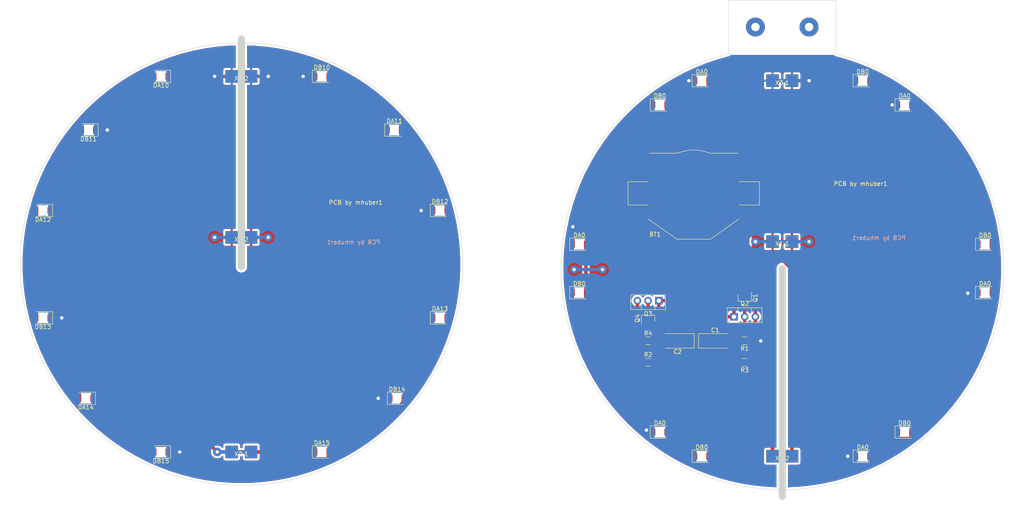
<source format=kicad_pcb>
(kicad_pcb (version 20171130) (host pcbnew "(5.1.5)-3")
  (layers (0 F.Cu signal) (31 B.Cu signal) (34 B.Paste user) (35 F.Paste user) (36 B.SilkS user) (37 F.SilkS user) (38 B.Mask user) (39 F.Mask user) (44 Edge.Cuts user))
  (net 0 "")
  (net 1 "Net-(BT1-Pad2)")
  (net 2 +BATT)
  (net 3 "Net-(C1-Pad2)")
  (net 4 "Net-(C1-Pad1)")
  (net 5 "Net-(C2-Pad2)")
  (net 6 "Net-(C2-Pad1)")
  (net 7 LED_A)
  (net 8 LED_B)
  (net 9 "Net-(DA10-Pad2)")
  (net 10 "Net-(DA10-Pad1)")
  (net 11 "Net-(DB10-Pad1)")
  (module Connector_Wire:SolderWirePad_1x01_Drill2mm (layer F.Cu) (at 216.916 39.116)
    (fp_text reference REF** hide)
    (fp_text value SolderWirePad_1x01_Drill2mm hide)
    (pad 1 thru_hole circle (at 0 0) (size 4.50088 4.50088) (drill 1.99898) (layers *.Cu *.Mask))
  )
  (module Connector_Wire:SolderWirePad_1x01_Drill2mm (layer F.Cu) (at 229.616 39.116)
    (fp_text reference REF** hide)
    (fp_text value SolderWirePad_1x01_Drill2mm hide)
    (pad 1 thru_hole circle (at 0 0) (size 4.50088 4.50088) (drill 1.99898) (layers *.Cu *.Mask))
  )
  (module TerminalBlock_DIY:LED_1206_3216Metric_ReverseMount_Hole1.8x2.4mm (layer F.Cu) (at 252.235829 57.543216)
    (fp_text reference DA0 (at 0 -2.145) (layer F.SilkS))
    (fp_text value LED)
    (pad 1 smd roundrect (at -1.55 0) (size 0.95 1.75) (layers F.Cu F.Paste F.Mask) (roundrect_rratio 0.2) (net 7 LED_A))
    (pad 2 smd roundrect (at 1.55 0) (size 0.95 1.75) (layers F.Cu F.Paste F.Mask) (roundrect_rratio 0.2) (net 2 +BATT))
  )
  (module TerminalBlock_DIY:LED_1206_3216Metric_ReverseMount_Hole1.8x2.4mm (layer F.Cu) (at 271.285829 101.993216)
    (fp_text reference DA0 (at 0 -2.145) (layer F.SilkS))
    (fp_text value LED)
    (pad 1 smd roundrect (at -1.55 0) (size 0.95 1.75) (layers F.Cu F.Paste F.Mask) (roundrect_rratio 0.2) (net 7 LED_A))
    (pad 2 smd roundrect (at 1.55 0) (size 0.95 1.75) (layers F.Cu F.Paste F.Mask) (roundrect_rratio 0.2) (net 2 +BATT))
  )
  (module TerminalBlock_DIY:LED_1206_3216Metric_ReverseMount_Hole1.8x2.4mm (layer F.Cu) (at 242.316 140.716)
    (fp_text reference DA0 (at 0 -2.145) (layer F.SilkS))
    (fp_text value LED)
    (pad 1 smd roundrect (at -1.55 0) (size 0.95 1.75) (layers F.Cu F.Paste F.Mask) (roundrect_rratio 0.2) (net 7 LED_A))
    (pad 2 smd roundrect (at 1.55 0) (size 0.95 1.75) (layers F.Cu F.Paste F.Mask) (roundrect_rratio 0.2) (net 2 +BATT))
  )
  (module TerminalBlock_DIY:LED_1206_3216Metric_ReverseMount_Hole1.8x2.4mm (layer F.Cu) (at 194.296171 134.988784)
    (fp_text reference DA0 (at 0 -2.145) (layer F.SilkS))
    (fp_text value LED)
    (pad 1 smd roundrect (at -1.55 0) (size 0.95 1.75) (layers F.Cu F.Paste F.Mask) (roundrect_rratio 0.2) (net 7 LED_A))
    (pad 2 smd roundrect (at 1.55 0) (size 0.95 1.75) (layers F.Cu F.Paste F.Mask) (roundrect_rratio 0.2) (net 2 +BATT))
  )
  (module TerminalBlock_DIY:LED_1206_3216Metric_ReverseMount_Hole1.8x2.4mm (layer F.Cu) (at 175.246171 90.538784)
    (fp_text reference DA0 (at 0 -2.145) (layer F.SilkS))
    (fp_text value LED)
    (pad 1 smd roundrect (at -1.55 0) (size 0.95 1.75) (layers F.Cu F.Paste F.Mask) (roundrect_rratio 0.2) (net 7 LED_A))
    (pad 2 smd roundrect (at 1.55 0) (size 0.95 1.75) (layers F.Cu F.Paste F.Mask) (roundrect_rratio 0.2) (net 2 +BATT))
  )
  (module TerminalBlock_DIY:LED_1206_3216Metric_ReverseMount_Hole1.8x2.4mm (layer F.Cu) (at 271.285829 90.538784)
    (fp_text reference DB0 (at 0 -2.145) (layer F.SilkS))
    (fp_text value LED)
    (pad 1 smd roundrect (at -1.55 0) (size 0.95 1.75) (layers F.Cu F.Paste F.Mask) (roundrect_rratio 0.2) (net 8 LED_B))
    (pad 2 smd roundrect (at 1.55 0) (size 0.95 1.75) (layers F.Cu F.Paste F.Mask) (roundrect_rratio 0.2) (net 2 +BATT))
  )
  (module TerminalBlock_DIY:LED_1206_3216Metric_ReverseMount_Hole1.8x2.4mm (layer F.Cu) (at 252.235829 134.988784)
    (fp_text reference DB0 (at 0 -2.145) (layer F.SilkS))
    (fp_text value LED)
    (pad 1 smd roundrect (at -1.55 0) (size 0.95 1.75) (layers F.Cu F.Paste F.Mask) (roundrect_rratio 0.2) (net 8 LED_B))
    (pad 2 smd roundrect (at 1.55 0) (size 0.95 1.75) (layers F.Cu F.Paste F.Mask) (roundrect_rratio 0.2) (net 2 +BATT))
  )
  (module TerminalBlock_DIY:LED_1206_3216Metric_ReverseMount_Hole1.8x2.4mm (layer F.Cu) (at 204.216 140.716)
    (fp_text reference DB0 (at 0 -2.145) (layer F.SilkS))
    (fp_text value LED)
    (pad 1 smd roundrect (at -1.55 0) (size 0.95 1.75) (layers F.Cu F.Paste F.Mask) (roundrect_rratio 0.2) (net 8 LED_B))
    (pad 2 smd roundrect (at 1.55 0) (size 0.95 1.75) (layers F.Cu F.Paste F.Mask) (roundrect_rratio 0.2) (net 2 +BATT))
  )
  (module TerminalBlock_DIY:LED_1206_3216Metric_ReverseMount_Hole1.8x2.4mm (layer F.Cu) (at 175.246171 101.993216)
    (fp_text reference DB0 (at 0 -2.145) (layer F.SilkS))
    (fp_text value LED)
    (pad 1 smd roundrect (at -1.55 0) (size 0.95 1.75) (layers F.Cu F.Paste F.Mask) (roundrect_rratio 0.2) (net 8 LED_B))
    (pad 2 smd roundrect (at 1.55 0) (size 0.95 1.75) (layers F.Cu F.Paste F.Mask) (roundrect_rratio 0.2) (net 2 +BATT))
  )
  (module TerminalBlock_DIY:LED_1206_3216Metric_ReverseMount_Hole1.8x2.4mm (layer F.Cu) (at 194.296171 57.543216)
    (fp_text reference DB0 (at 0 -2.145) (layer F.SilkS))
    (fp_text value LED)
    (pad 1 smd roundrect (at -1.55 0) (size 0.95 1.75) (layers F.Cu F.Paste F.Mask) (roundrect_rratio 0.2) (net 8 LED_B))
    (pad 2 smd roundrect (at 1.55 0) (size 0.95 1.75) (layers F.Cu F.Paste F.Mask) (roundrect_rratio 0.2) (net 2 +BATT))
  )
  (module TerminalBlock_DIY:Pad_7.6x3 (layer F.Cu) (at 223.266 51.816)
    (fp_text reference X3.1 (at 0 0.5) (layer F.SilkS))
    (fp_text value Pad)
    (pad 1 smd rect (at 2.3 0) (size 3 3) (layers B.Cu F.Paste F.Mask) (net 7 LED_A))
    (pad 1 smd rect (at -2.3 0) (size 3 3) (layers B.Cu F.Paste F.Mask) (net 7 LED_A))
    (pad 1 smd rect (at 2.3 0) (size 3 3) (layers F.Cu F.Paste F.Mask) (net 7 LED_A))
    (pad 1 smd rect (at -2.3 0) (size 3 3) (layers F.Cu F.Paste F.Mask) (net 7 LED_A))
  )
  (module TerminalBlock_DIY:Pad_7.6x3 (layer F.Cu) (at 95.25 139.7)
    (fp_text reference X2.1 (at 0 0.5) (layer F.SilkS))
    (fp_text value Pad)
    (pad 1 smd rect (at 2.3 0) (size 3 3) (layers B.Cu F.Paste F.Mask) (net 9 "Net-(DA10-Pad2)"))
    (pad 1 smd rect (at -2.3 0) (size 3 3) (layers B.Cu F.Paste F.Mask) (net 9 "Net-(DA10-Pad2)"))
    (pad 1 smd rect (at 2.3 0) (size 3 3) (layers F.Cu F.Paste F.Mask) (net 9 "Net-(DA10-Pad2)"))
    (pad 1 smd rect (at -2.3 0) (size 3 3) (layers F.Cu F.Paste F.Mask) (net 9 "Net-(DA10-Pad2)"))
  )
  (module TerminalBlock_DIY:Pad_7.6x3 (layer F.Cu) (at 223.266 140.716)
    (fp_text reference X2.2 (at 0 0.5) (layer F.SilkS))
    (fp_text value Pad)
    (pad 1 smd rect (at 2.3 0) (size 3 3) (layers B.Cu F.Paste F.Mask) (net 2 +BATT))
    (pad 1 smd rect (at -2.3 0) (size 3 3) (layers B.Cu F.Paste F.Mask) (net 2 +BATT))
    (pad 1 smd rect (at 2.3 0) (size 3 3) (layers F.Cu F.Paste F.Mask) (net 2 +BATT))
    (pad 1 smd rect (at -2.3 0) (size 3 3) (layers F.Cu F.Paste F.Mask) (net 2 +BATT))
  )
  (module TerminalBlock_DIY:Pad_7.6x3 (layer F.Cu) (at 223.266 89.916)
    (fp_text reference X1.1 (at 0 0.5) (layer F.SilkS))
    (fp_text value Pad)
    (pad 1 smd rect (at 2.3 0) (size 3 3) (layers B.Cu F.Paste F.Mask) (net 8 LED_B))
    (pad 1 smd rect (at -2.3 0) (size 3 3) (layers B.Cu F.Paste F.Mask) (net 8 LED_B))
    (pad 1 smd rect (at 2.3 0) (size 3 3) (layers F.Cu F.Paste F.Mask) (net 8 LED_B))
    (pad 1 smd rect (at -2.3 0) (size 3 3) (layers F.Cu F.Paste F.Mask) (net 8 LED_B))
  )
  (module TerminalBlock_DIY:Pad_7.6x3 (layer F.Cu) (at 95.25 88.9)
    (fp_text reference X3.2 (at 0 0.5) (layer F.SilkS))
    (fp_text value Pad)
    (pad 1 smd rect (at 2.3 0) (size 3 3) (layers B.Cu F.Paste F.Mask) (net 10 "Net-(DA10-Pad1)"))
    (pad 1 smd rect (at -2.3 0) (size 3 3) (layers B.Cu F.Paste F.Mask) (net 10 "Net-(DA10-Pad1)"))
    (pad 1 smd rect (at 2.3 0) (size 3 3) (layers F.Cu F.Paste F.Mask) (net 10 "Net-(DA10-Pad1)"))
    (pad 1 smd rect (at -2.3 0) (size 3 3) (layers F.Cu F.Paste F.Mask) (net 10 "Net-(DA10-Pad1)"))
  )
  (module TerminalBlock_DIY:Pad_7.6x3 (layer F.Cu) (at 95.25 50.8)
    (fp_text reference X1.2 (at 0 0.5) (layer F.SilkS))
    (fp_text value Pad)
    (pad 1 smd rect (at 2.3 0) (size 3 3) (layers B.Cu F.Paste F.Mask) (net 11 "Net-(DB10-Pad1)"))
    (pad 1 smd rect (at -2.3 0) (size 3 3) (layers B.Cu F.Paste F.Mask) (net 11 "Net-(DB10-Pad1)"))
    (pad 1 smd rect (at 2.3 0) (size 3 3) (layers F.Cu F.Paste F.Mask) (net 11 "Net-(DB10-Pad1)"))
    (pad 1 smd rect (at -2.3 0) (size 3 3) (layers F.Cu F.Paste F.Mask) (net 11 "Net-(DB10-Pad1)"))
  )
  (module Resistor_SMD:R_1206_3216Metric_Pad1.42x1.75mm_HandSolder (layer F.Cu) (at 191.516 113.411)
    (fp_text reference R4 (at 0 -1.82) (layer F.SilkS))
    (fp_text value R)
    (pad 2 smd roundrect (at 1.4875 0) (size 1.425 1.75) (layers F.Cu F.Paste F.Mask) (roundrect_rratio 0.175439) (net 5 "Net-(C2-Pad2)"))
    (pad 1 smd roundrect (at -1.4875 0) (size 1.425 1.75) (layers F.Cu F.Paste F.Mask) (roundrect_rratio 0.175439) (net 8 LED_B))
  )
  (module Resistor_SMD:R_1206_3216Metric_Pad1.42x1.75mm_HandSolder (layer F.Cu) (at 214.376 118.491 180)
    (fp_text reference R3 (at 0 -1.82) (layer F.SilkS))
    (fp_text value 100k)
    (pad 2 smd roundrect (at 1.4875 0 180) (size 1.425 1.75) (layers F.Cu F.Paste F.Mask) (roundrect_rratio 0.175439) (net 6 "Net-(C2-Pad1)"))
    (pad 1 smd roundrect (at -1.4875 0 180) (size 1.425 1.75) (layers F.Cu F.Paste F.Mask) (roundrect_rratio 0.175439) (net 2 +BATT))
  )
  (module Resistor_SMD:R_1206_3216Metric_Pad1.42x1.75mm_HandSolder (layer F.Cu) (at 191.516 118.491)
    (fp_text reference R2 (at 0 -1.82) (layer F.SilkS))
    (fp_text value 100k)
    (pad 2 smd roundrect (at 1.4875 0) (size 1.425 1.75) (layers F.Cu F.Paste F.Mask) (roundrect_rratio 0.175439) (net 4 "Net-(C1-Pad1)"))
    (pad 1 smd roundrect (at -1.4875 0) (size 1.425 1.75) (layers F.Cu F.Paste F.Mask) (roundrect_rratio 0.175439) (net 2 +BATT))
  )
  (module Resistor_SMD:R_1206_3216Metric_Pad1.42x1.75mm_HandSolder (layer F.Cu) (at 214.376 113.411 180)
    (fp_text reference R1 (at 0 -1.82) (layer F.SilkS))
    (fp_text value R)
    (pad 2 smd roundrect (at 1.4875 0 180) (size 1.425 1.75) (layers F.Cu F.Paste F.Mask) (roundrect_rratio 0.175439) (net 3 "Net-(C1-Pad2)"))
    (pad 1 smd roundrect (at -1.4875 0 180) (size 1.425 1.75) (layers F.Cu F.Paste F.Mask) (roundrect_rratio 0.175439) (net 7 LED_A))
  )
  (module Package_TO_SOT_SMD:SOT-23 (layer F.Cu) (at 191.516 108.061 90)
    (fp_text reference Q4 (at 0 -2.5 90) (layer F.SilkS))
    (fp_text value BC846)
    (pad 3 smd rect (at 1 0 90) (size 0.9 0.8) (layers F.Cu F.Paste F.Mask) (net 5 "Net-(C2-Pad2)"))
    (pad 2 smd rect (at -1 0.95 90) (size 0.9 0.8) (layers F.Cu F.Paste F.Mask) (net 1 "Net-(BT1-Pad2)"))
    (pad 1 smd rect (at -1 -0.95 90) (size 0.9 0.8) (layers F.Cu F.Paste F.Mask) (net 4 "Net-(C1-Pad1)"))
  )
  (module Package_TO_SOT_THT:TO-126-3_Vertical (layer F.Cu) (at 194.056 103.886 180)
    (fp_text reference Q3 (at 2.54 -3.12) (layer F.SilkS))
    (fp_text value BD139)
    (pad 3 thru_hole oval (at 5.08 0 180) (size 1.8 1.8) (drill 1) (layers *.Cu *.Mask) (net 4 "Net-(C1-Pad1)"))
    (pad 2 thru_hole oval (at 2.54 0 180) (size 1.8 1.8) (drill 1) (layers *.Cu *.Mask) (net 5 "Net-(C2-Pad2)"))
    (pad 1 thru_hole rect (at 0 0 180) (size 1.8 1.8) (drill 1) (layers *.Cu *.Mask) (net 1 "Net-(BT1-Pad2)"))
  )
  (module Package_TO_SOT_THT:TO-126-3_Vertical (layer F.Cu) (at 211.836 107.696)
    (fp_text reference Q2 (at 2.54 -3.12) (layer F.SilkS))
    (fp_text value BD139)
    (pad 3 thru_hole oval (at 5.08 0) (size 1.8 1.8) (drill 1) (layers *.Cu *.Mask) (net 6 "Net-(C2-Pad1)"))
    (pad 2 thru_hole oval (at 2.54 0) (size 1.8 1.8) (drill 1) (layers *.Cu *.Mask) (net 3 "Net-(C1-Pad2)"))
    (pad 1 thru_hole rect (at 0 0) (size 1.8 1.8) (drill 1) (layers *.Cu *.Mask) (net 1 "Net-(BT1-Pad2)"))
  )
  (module Package_TO_SOT_SMD:SOT-23 (layer F.Cu) (at 214.376 103.251 270)
    (fp_text reference Q1 (at 0 -2.5 90) (layer F.SilkS))
    (fp_text value BC846)
    (pad 3 smd rect (at 1 0 270) (size 0.9 0.8) (layers F.Cu F.Paste F.Mask) (net 3 "Net-(C1-Pad2)"))
    (pad 2 smd rect (at -1 0.95 270) (size 0.9 0.8) (layers F.Cu F.Paste F.Mask) (net 1 "Net-(BT1-Pad2)"))
    (pad 1 smd rect (at -1 -0.95 270) (size 0.9 0.8) (layers F.Cu F.Paste F.Mask) (net 6 "Net-(C2-Pad1)"))
  )
  (module TerminalBlock_DIY:LED_1206_3216Metric_ReverseMount_Hole1.8x2.4mm (layer F.Cu) (at 76.2 139.7 180)
    (fp_text reference DB15 (at 0 -2.145) (layer F.SilkS))
    (fp_text value LED)
    (pad 2 smd roundrect (at 1.55 0 180) (size 0.95 1.75) (layers F.Cu F.Paste F.Mask) (roundrect_rratio 0.2) (net 9 "Net-(DA10-Pad2)"))
    (pad 1 smd roundrect (at -1.55 0 180) (size 0.95 1.75) (layers F.Cu F.Paste F.Mask) (roundrect_rratio 0.2) (net 11 "Net-(DB10-Pad1)"))
  )
  (module TerminalBlock_DIY:LED_1206_3216Metric_ReverseMount_Hole1.8x2.4mm (layer F.Cu) (at 132.08 127)
    (fp_text reference DB14 (at 0 -2.145) (layer F.SilkS))
    (fp_text value LED)
    (pad 2 smd roundrect (at 1.55 0) (size 0.95 1.75) (layers F.Cu F.Paste F.Mask) (roundrect_rratio 0.2) (net 9 "Net-(DA10-Pad2)"))
    (pad 1 smd roundrect (at -1.55 0) (size 0.95 1.75) (layers F.Cu F.Paste F.Mask) (roundrect_rratio 0.2) (net 11 "Net-(DB10-Pad1)"))
  )
  (module TerminalBlock_DIY:LED_1206_3216Metric_ReverseMount_Hole1.8x2.4mm (layer F.Cu) (at 48.26 107.95 180)
    (fp_text reference DB13 (at 0 -2.145) (layer F.SilkS))
    (fp_text value LED)
    (pad 2 smd roundrect (at 1.55 0 180) (size 0.95 1.75) (layers F.Cu F.Paste F.Mask) (roundrect_rratio 0.2) (net 9 "Net-(DA10-Pad2)"))
    (pad 1 smd roundrect (at -1.55 0 180) (size 0.95 1.75) (layers F.Cu F.Paste F.Mask) (roundrect_rratio 0.2) (net 11 "Net-(DB10-Pad1)"))
  )
  (module TerminalBlock_DIY:LED_1206_3216Metric_ReverseMount_Hole1.8x2.4mm (layer F.Cu) (at 142.24 82.55)
    (fp_text reference DB12 (at 0 -2.145) (layer F.SilkS))
    (fp_text value LED)
    (pad 2 smd roundrect (at 1.55 0) (size 0.95 1.75) (layers F.Cu F.Paste F.Mask) (roundrect_rratio 0.2) (net 9 "Net-(DA10-Pad2)"))
    (pad 1 smd roundrect (at -1.55 0) (size 0.95 1.75) (layers F.Cu F.Paste F.Mask) (roundrect_rratio 0.2) (net 11 "Net-(DB10-Pad1)"))
  )
  (module TerminalBlock_DIY:LED_1206_3216Metric_ReverseMount_Hole1.8x2.4mm (layer F.Cu) (at 59.055 63.5 180)
    (fp_text reference DB11 (at 0 -2.145) (layer F.SilkS))
    (fp_text value LED)
    (pad 2 smd roundrect (at 1.55 0 180) (size 0.95 1.75) (layers F.Cu F.Paste F.Mask) (roundrect_rratio 0.2) (net 9 "Net-(DA10-Pad2)"))
    (pad 1 smd roundrect (at -1.55 0 180) (size 0.95 1.75) (layers F.Cu F.Paste F.Mask) (roundrect_rratio 0.2) (net 11 "Net-(DB10-Pad1)"))
  )
  (module TerminalBlock_DIY:LED_1206_3216Metric_ReverseMount_Hole1.8x2.4mm (layer F.Cu) (at 114.3 50.8)
    (fp_text reference DB10 (at 0 -2.145) (layer F.SilkS))
    (fp_text value LED)
    (pad 2 smd roundrect (at 1.55 0) (size 0.95 1.75) (layers F.Cu F.Paste F.Mask) (roundrect_rratio 0.2) (net 9 "Net-(DA10-Pad2)"))
    (pad 1 smd roundrect (at -1.55 0) (size 0.95 1.75) (layers F.Cu F.Paste F.Mask) (roundrect_rratio 0.2) (net 11 "Net-(DB10-Pad1)"))
  )
  (module TerminalBlock_DIY:LED_1206_3216Metric_ReverseMount_Hole1.8x2.4mm (layer F.Cu) (at 76.2 50.8 180)
    (fp_text reference DA10 (at 0 -2.145) (layer F.SilkS))
    (fp_text value LED)
    (pad 2 smd roundrect (at 1.55 0 180) (size 0.95 1.75) (layers F.Cu F.Paste F.Mask) (roundrect_rratio 0.2) (net 9 "Net-(DA10-Pad2)"))
    (pad 1 smd roundrect (at -1.55 0 180) (size 0.95 1.75) (layers F.Cu F.Paste F.Mask) (roundrect_rratio 0.2) (net 10 "Net-(DA10-Pad1)"))
  )
  (module TerminalBlock_DIY:LED_1206_3216Metric_ReverseMount_Hole1.8x2.4mm (layer F.Cu) (at 131.445 63.5)
    (fp_text reference DA11 (at 0 -2.145) (layer F.SilkS))
    (fp_text value LED)
    (pad 2 smd roundrect (at 1.55 0) (size 0.95 1.75) (layers F.Cu F.Paste F.Mask) (roundrect_rratio 0.2) (net 9 "Net-(DA10-Pad2)"))
    (pad 1 smd roundrect (at -1.55 0) (size 0.95 1.75) (layers F.Cu F.Paste F.Mask) (roundrect_rratio 0.2) (net 10 "Net-(DA10-Pad1)"))
  )
  (module TerminalBlock_DIY:LED_1206_3216Metric_ReverseMount_Hole1.8x2.4mm (layer F.Cu) (at 48.26 82.55 180)
    (fp_text reference DA12 (at 0 -2.145) (layer F.SilkS))
    (fp_text value LED)
    (pad 2 smd roundrect (at 1.55 0 180) (size 0.95 1.75) (layers F.Cu F.Paste F.Mask) (roundrect_rratio 0.2) (net 9 "Net-(DA10-Pad2)"))
    (pad 1 smd roundrect (at -1.55 0 180) (size 0.95 1.75) (layers F.Cu F.Paste F.Mask) (roundrect_rratio 0.2) (net 10 "Net-(DA10-Pad1)"))
  )
  (module TerminalBlock_DIY:LED_1206_3216Metric_ReverseMount_Hole1.8x2.4mm (layer F.Cu) (at 142.24 107.95)
    (fp_text reference DA13 (at 0 -2.145) (layer F.SilkS))
    (fp_text value LED)
    (pad 2 smd roundrect (at 1.55 0) (size 0.95 1.75) (layers F.Cu F.Paste F.Mask) (roundrect_rratio 0.2) (net 9 "Net-(DA10-Pad2)"))
    (pad 1 smd roundrect (at -1.55 0) (size 0.95 1.75) (layers F.Cu F.Paste F.Mask) (roundrect_rratio 0.2) (net 10 "Net-(DA10-Pad1)"))
  )
  (module TerminalBlock_DIY:LED_1206_3216Metric_ReverseMount_Hole1.8x2.4mm (layer F.Cu) (at 58.42 127 180)
    (fp_text reference DA14 (at 0 -2.145) (layer F.SilkS))
    (fp_text value LED)
    (pad 2 smd roundrect (at 1.55 0 180) (size 0.95 1.75) (layers F.Cu F.Paste F.Mask) (roundrect_rratio 0.2) (net 9 "Net-(DA10-Pad2)"))
    (pad 1 smd roundrect (at -1.55 0 180) (size 0.95 1.75) (layers F.Cu F.Paste F.Mask) (roundrect_rratio 0.2) (net 10 "Net-(DA10-Pad1)"))
  )
  (module TerminalBlock_DIY:LED_1206_3216Metric_ReverseMount_Hole1.8x2.4mm (layer F.Cu) (at 114.3 139.7)
    (fp_text reference DA15 (at 0 -2.145) (layer F.SilkS))
    (fp_text value LED)
    (pad 2 smd roundrect (at 1.55 0) (size 0.95 1.75) (layers F.Cu F.Paste F.Mask) (roundrect_rratio 0.2) (net 9 "Net-(DA10-Pad2)"))
    (pad 1 smd roundrect (at -1.55 0) (size 0.95 1.75) (layers F.Cu F.Paste F.Mask) (roundrect_rratio 0.2) (net 10 "Net-(DA10-Pad1)"))
  )
  (module TerminalBlock_DIY:LED_1206_3216Metric_ReverseMount_Hole1.8x2.4mm (layer F.Cu) (at 242.316 51.816)
    (fp_text reference DB0 (at 0 -2.145) (layer F.SilkS))
    (fp_text value LED)
    (pad 2 smd roundrect (at 1.55 0) (size 0.95 1.75) (layers F.Cu F.Paste F.Mask) (roundrect_rratio 0.2) (net 2 +BATT))
    (pad 1 smd roundrect (at -1.55 0) (size 0.95 1.75) (layers F.Cu F.Paste F.Mask) (roundrect_rratio 0.2) (net 8 LED_B))
  )
  (module TerminalBlock_DIY:LED_1206_3216Metric_ReverseMount_Hole1.8x2.4mm (layer F.Cu) (at 204.216 51.816)
    (fp_text reference DA0 (at 0 -2.145) (layer F.SilkS))
    (fp_text value LED)
    (pad 2 smd roundrect (at 1.55 0) (size 0.95 1.75) (layers F.Cu F.Paste F.Mask) (roundrect_rratio 0.2) (net 2 +BATT))
    (pad 1 smd roundrect (at -1.55 0) (size 0.95 1.75) (layers F.Cu F.Paste F.Mask) (roundrect_rratio 0.2) (net 7 LED_A))
  )
  (module Capacitor_Tantalum_SMD:CP_EIA-6032-28_Kemet-C_Pad2.25x2.35mm_HandSolder (layer F.Cu) (at 198.491 113.411 180)
    (fp_text reference C2 (at 0 -2.55) (layer F.SilkS))
    (fp_text value 10µ)
    (pad 2 smd roundrect (at 2.55 0 180) (size 2.25 2.35) (layers F.Cu F.Paste F.Mask) (roundrect_rratio 0.111111) (net 5 "Net-(C2-Pad2)"))
    (pad 1 smd roundrect (at -2.55 0 180) (size 2.25 2.35) (layers F.Cu F.Paste F.Mask) (roundrect_rratio 0.111111) (net 6 "Net-(C2-Pad1)"))
  )
  (module Capacitor_Tantalum_SMD:CP_EIA-6032-28_Kemet-C_Pad2.25x2.35mm_HandSolder (layer F.Cu) (at 207.391 113.411)
    (fp_text reference C1 (at 0 -2.55) (layer F.SilkS))
    (fp_text value 10µ)
    (pad 2 smd roundrect (at 2.55 0) (size 2.25 2.35) (layers F.Cu F.Paste F.Mask) (roundrect_rratio 0.111111) (net 3 "Net-(C1-Pad2)"))
    (pad 1 smd roundrect (at -2.55 0) (size 2.25 2.35) (layers F.Cu F.Paste F.Mask) (roundrect_rratio 0.111111) (net 4 "Net-(C1-Pad1)"))
  )
  (module Battery:BatteryHolder_Keystone_3002_1x2032 (layer F.Cu) (at 202.311 78.486)
    (fp_text reference BT1 (at -9.15 9.7) (layer F.SilkS))
    (fp_text value Battery_Cell)
    (pad 2 smd circle (at 0 0) (size 17.8 17.8) (layers F.Cu F.Mask) (net 1 "Net-(BT1-Pad2)"))
    (pad 1 smd rect (at -12.8 0) (size 5.1 5.1) (layers F.Cu F.Paste F.Mask) (net 2 +BATT))
    (pad 1 smd rect (at 12.8 0) (size 5.1 5.1) (layers F.Cu F.Paste F.Mask) (net 2 +BATT))
  )
  (gr_text "PCB by mhuber1" (at 246.126 89.027) (layer B.SilkS) (effects (font (size 1 1)) (justify mirror)))
  (gr_text "PCB by mhuber1" (at 121.793 90.043) (layer B.SilkS) (effects (font (size 1 1)) (justify mirror)))
  (gr_text "PCB by mhuber1" (at 122.301 80.645) (layer F.SilkS) (effects (font (size 1 1))))
  (gr_text "PCB by mhuber1" (at 241.808 76.2) (layer F.SilkS) (effects (font (size 1 1))))
  (gr_line (start 223.266 96.266) (end 223.266 150.241) (layer Edge.Cuts) (width 1.7))
  (gr_line (start 210.566 32.766) (end 210.566001 45.466) (layer Edge.Cuts) (width 0.1))
  (gr_line (start 235.966 32.766) (end 210.566 32.766) (layer Edge.Cuts) (width 0.1))
  (gr_line (start 235.966 45.466) (end 235.966 32.766) (layer Edge.Cuts) (width 0.1))
  (gr_arc (start 223.266 96.265999) (end 210.566001 45.466) (angle -331.9275131) (layer Edge.Cuts) (width 0.1))
  (gr_circle (center 95.25 95.25) (end 107.95 44.45) (layer Edge.Cuts) (width 0.1))
  (gr_line (start 95.25 41.91) (end 95.25 95.885) (layer Edge.Cuts) (width 1.7))
  (segment (start 194.056 107.471) (end 192.466 109.061) (width 0.8128) (layer F.Cu) (net 1))
  (segment (start 194.056 103.886) (end 194.056 107.471) (width 0.8128) (layer F.Cu) (net 1))
  (segment (start 211.836 103.841) (end 211.836 107.696) (width 0.8128) (layer F.Cu) (net 1))
  (segment (start 213.426 102.251) (end 211.836 103.841) (width 0.8128) (layer F.Cu) (net 1))
  (segment (start 194.056 103.886) (end 202.311 103.886) (width 0.8128) (layer F.Cu) (net 1))
  (segment (start 206.121 107.696) (end 211.836 107.696) (width 0.8128) (layer F.Cu) (net 1))
  (segment (start 202.311 103.886) (end 206.121 107.696) (width 0.8128) (layer F.Cu) (net 1))
  (segment (start 202.311 103.886) (end 202.311 78.486) (width 0.8128) (layer F.Cu) (net 1))
  (segment (start 190.0285 119.366) (end 191.6935 121.031) (width 0.8128) (layer F.Cu) (net 2))
  (segment (start 190.0285 118.491) (end 190.0285 119.366) (width 0.8128) (layer F.Cu) (net 2))
  (segment (start 214.1985 121.031) (end 215.8635 119.366) (width 0.8128) (layer F.Cu) (net 2))
  (segment (start 215.8635 119.366) (end 215.8635 118.491) (width 0.8128) (layer F.Cu) (net 2))
  (segment (start 191.6935 121.031) (end 214.1985 121.031) (width 0.8128) (layer F.Cu) (net 2))
  (segment (start 214.1985 131.6357) (end 214.1985 121.031) (width 0.8128) (layer F.Cu) (net 2))
  (segment (start 220.966 138.4032) (end 214.1985 131.6357) (width 0.8128) (layer F.Cu) (net 2))
  (segment (start 220.966 140.716) (end 220.966 138.4032) (width 0.8128) (layer F.Cu) (net 2))
  (segment (start 176.796171 101.993216) (end 176.796171 90.538784) (width 0.8128) (layer F.Cu) (net 2))
  (segment (start 176.796171 102.868216) (end 176.796171 101.993216) (width 0.8128) (layer F.Cu) (net 2))
  (segment (start 176.796171 105.971171) (end 176.796171 102.868216) (width 0.8128) (layer F.Cu) (net 2))
  (segment (start 189.316 118.491) (end 176.796171 105.971171) (width 0.8128) (layer F.Cu) (net 2))
  (segment (start 190.0285 118.491) (end 189.316 118.491) (width 0.8128) (layer F.Cu) (net 2))
  (segment (start 196.321171 134.513784) (end 211.320416 134.513784) (width 0.8128) (layer F.Cu) (net 2))
  (segment (start 211.320416 134.513784) (end 214.1985 131.6357) (width 0.8128) (layer F.Cu) (net 2))
  (segment (start 195.846171 134.988784) (end 196.321171 134.513784) (width 0.8128) (layer F.Cu) (net 2))
  (segment (start 211.320416 135.161584) (end 211.320416 134.513784) (width 0.8128) (layer F.Cu) (net 2))
  (segment (start 205.766 140.716) (end 211.320416 135.161584) (width 0.8128) (layer F.Cu) (net 2))
  (segment (start 225.566 138.4032) (end 225.552 138.3892) (width 0.8128) (layer F.Cu) (net 2))
  (segment (start 225.566 140.716) (end 225.566 138.4032) (width 0.8128) (layer F.Cu) (net 2))
  (segment (start 225.552 96.492326) (end 223.039674 93.98) (width 0.8128) (layer F.Cu) (net 2))
  (segment (start 225.552 138.3892) (end 225.552 96.492326) (width 0.8128) (layer F.Cu) (net 2))
  (segment (start 220.966 96.053674) (end 220.966 140.716) (width 0.8128) (layer F.Cu) (net 2))
  (segment (start 223.039674 93.98) (end 220.966 96.053674) (width 0.8128) (layer F.Cu) (net 2))
  (segment (start 189.511 81.8488) (end 189.511 78.486) (width 0.8128) (layer F.Cu) (net 2))
  (segment (start 180.821016 90.538784) (end 189.511 81.8488) (width 0.8128) (layer F.Cu) (net 2))
  (segment (start 176.796171 90.538784) (end 180.821016 90.538784) (width 0.8128) (layer F.Cu) (net 2))
  (segment (start 189.511 63.878387) (end 193.445387 59.944) (width 0.8128) (layer F.Cu) (net 2))
  (segment (start 189.511 78.486) (end 189.511 63.878387) (width 0.8128) (layer F.Cu) (net 2))
  (segment (start 193.445387 59.944) (end 196.088 59.944) (width 0.8128) (layer F.Cu) (net 2))
  (segment (start 195.846171 59.702171) (end 195.846171 57.543216) (width 0.8128) (layer F.Cu) (net 2))
  (segment (start 196.088 59.944) (end 195.846171 59.702171) (width 0.8128) (layer F.Cu) (net 2))
  (segment (start 195.846171 57.543216) (end 203.568784 57.543216) (width 0.8128) (layer F.Cu) (net 2))
  (segment (start 205.766 55.346) (end 205.766 51.816) (width 0.8128) (layer F.Cu) (net 2))
  (segment (start 203.568784 57.543216) (end 205.766 55.346) (width 0.8128) (layer F.Cu) (net 2))
  (segment (start 254.260829 58.018216) (end 254.260829 62.744829) (width 0.8128) (layer F.Cu) (net 2))
  (segment (start 253.785829 57.543216) (end 254.260829 58.018216) (width 0.8128) (layer F.Cu) (net 2))
  (segment (start 272.835829 89.663784) (end 272.835829 90.538784) (width 0.8128) (layer F.Cu) (net 2))
  (segment (start 272.835829 90.538784) (end 272.835829 91.413784) (width 0.8128) (layer F.Cu) (net 2))
  (segment (start 220.966 96.053674) (end 217.973674 96.053674) (width 0.8128) (layer F.Cu) (net 2))
  (segment (start 215.111 93.191) (end 215.111 78.486) (width 0.8128) (layer F.Cu) (net 2))
  (segment (start 217.973674 96.053674) (end 215.111 93.191) (width 0.8128) (layer F.Cu) (net 2))
  (segment (start 252.112923 62.744829) (end 254.260829 62.744829) (width 0.8128) (layer F.Cu) (net 2))
  (segment (start 243.866 54.497906) (end 252.112923 62.744829) (width 0.8128) (layer F.Cu) (net 2))
  (segment (start 243.866 51.816) (end 243.866 54.497906) (width 0.8128) (layer F.Cu) (net 2))
  (segment (start 254.260829 62.744829) (end 254.260829 67.570829) (width 0.8128) (layer F.Cu) (net 2))
  (segment (start 272.835829 86.145829) (end 272.835829 90.538784) (width 0.8128) (layer F.Cu) (net 2))
  (segment (start 254.260829 67.570829) (end 272.835829 86.145829) (width 0.8128) (layer F.Cu) (net 2))
  (segment (start 253.785829 136.437829) (end 253.785829 134.988784) (width 0.8128) (layer F.Cu) (net 2))
  (segment (start 250.063 137.795) (end 251.333 136.525) (width 0.8128) (layer F.Cu) (net 2))
  (segment (start 225.566 138.4032) (end 226.1742 137.795) (width 0.8128) (layer F.Cu) (net 2))
  (segment (start 253.873 136.525) (end 253.785829 136.437829) (width 0.8128) (layer F.Cu) (net 2))
  (segment (start 251.333 136.525) (end 253.873 136.525) (width 0.8128) (layer F.Cu) (net 2))
  (segment (start 243.866 140.716) (end 244.341 140.241) (width 0.8128) (layer F.Cu) (net 2))
  (segment (start 244.341 140.241) (end 244.341 138.056) (width 0.8128) (layer F.Cu) (net 2))
  (segment (start 226.1742 137.795) (end 244.602 137.795) (width 0.8128) (layer F.Cu) (net 2))
  (segment (start 244.341 138.056) (end 244.602 137.795) (width 0.8128) (layer F.Cu) (net 2))
  (segment (start 244.602 137.795) (end 250.063 137.795) (width 0.8128) (layer F.Cu) (net 2))
  (segment (start 254.260829 134.513784) (end 254.260829 106.673171) (width 0.8128) (layer F.Cu) (net 2))
  (segment (start 253.785829 134.988784) (end 254.260829 134.513784) (width 0.8128) (layer F.Cu) (net 2))
  (segment (start 266.065 94.869) (end 272.923 94.869) (width 0.8128) (layer F.Cu) (net 2))
  (segment (start 254.260829 106.673171) (end 266.065 94.869) (width 0.8128) (layer F.Cu) (net 2))
  (segment (start 272.835829 101.993216) (end 272.835829 90.538784) (width 0.8128) (layer F.Cu) (net 2))
  (segment (start 214.376 104.251) (end 214.376 107.696) (width 0.8128) (layer F.Cu) (net 3))
  (segment (start 212.8885 113.411) (end 212.8885 111.0885) (width 0.8128) (layer F.Cu) (net 3))
  (segment (start 214.376 109.601) (end 214.376 107.696) (width 0.8128) (layer F.Cu) (net 3))
  (segment (start 212.8885 111.0885) (end 214.376 109.601) (width 0.8128) (layer F.Cu) (net 3))
  (segment (start 209.941 113.411) (end 212.8885 113.411) (width 0.8128) (layer F.Cu) (net 3))
  (segment (start 188.976 107.471) (end 190.566 109.061) (width 0.8128) (layer F.Cu) (net 4))
  (segment (start 188.976 103.886) (end 188.976 107.471) (width 0.8128) (layer F.Cu) (net 4))
  (segment (start 190.503192 109.123808) (end 190.503192 111.128192) (width 0.8128) (layer F.Cu) (net 4))
  (segment (start 190.566 109.061) (end 190.503192 109.123808) (width 0.8128) (layer F.Cu) (net 4))
  (segment (start 192.291 118.491) (end 193.0035 118.491) (width 0.8128) (layer F.Cu) (net 4))
  (segment (start 191.68459 117.88459) (end 192.291 118.491) (width 0.8128) (layer F.Cu) (net 4))
  (segment (start 191.68459 112.30959) (end 191.68459 117.88459) (width 0.8128) (layer F.Cu) (net 4))
  (segment (start 190.503192 111.128192) (end 191.68459 112.30959) (width 0.8128) (layer F.Cu) (net 4))
  (segment (start 204.841 114.586) (end 204.841 113.411) (width 0.8128) (layer F.Cu) (net 4))
  (segment (start 200.936 118.491) (end 204.841 114.586) (width 0.8128) (layer F.Cu) (net 4))
  (segment (start 193.0035 118.491) (end 200.936 118.491) (width 0.8128) (layer F.Cu) (net 4))
  (segment (start 191.516 103.886) (end 191.516 107.061) (width 0.8128) (layer F.Cu) (net 5))
  (segment (start 193.0035 111.7235) (end 193.0035 113.411) (width 0.8128) (layer F.Cu) (net 5))
  (segment (start 191.516 110.236) (end 193.0035 111.7235) (width 0.8128) (layer F.Cu) (net 5))
  (segment (start 193.0035 113.411) (end 195.941 113.411) (width 0.8128) (layer F.Cu) (net 5))
  (segment (start 191.516 107.061) (end 191.516 110.236) (width 0.4064) (layer F.Cu) (net 5))
  (segment (start 216.916 103.841) (end 215.326 102.251) (width 0.8128) (layer F.Cu) (net 6))
  (segment (start 216.916 107.696) (end 216.916 103.841) (width 0.8128) (layer F.Cu) (net 6))
  (segment (start 213.601 118.491) (end 212.8885 118.491) (width 0.8128) (layer F.Cu) (net 6))
  (segment (start 214.20741 117.88459) (end 213.601 118.491) (width 0.8128) (layer F.Cu) (net 6))
  (segment (start 214.20741 111.677382) (end 214.20741 117.88459) (width 0.8128) (layer F.Cu) (net 6))
  (segment (start 216.916 108.968792) (end 214.20741 111.677382) (width 0.8128) (layer F.Cu) (net 6))
  (segment (start 216.916 107.696) (end 216.916 108.968792) (width 0.8128) (layer F.Cu) (net 6))
  (segment (start 201.041 112.236) (end 202.406 110.871) (width 0.8128) (layer F.Cu) (net 6))
  (segment (start 201.041 113.411) (end 201.041 112.236) (width 0.8128) (layer F.Cu) (net 6))
  (segment (start 202.406 110.871) (end 206.121 110.871) (width 0.8128) (layer F.Cu) (net 6))
  (segment (start 206.121 110.871) (end 207.391 112.141) (width 0.8128) (layer F.Cu) (net 6))
  (segment (start 207.391 112.141) (end 207.391 115.951) (width 0.8128) (layer F.Cu) (net 6))
  (segment (start 209.931 118.491) (end 212.8885 118.491) (width 0.8128) (layer F.Cu) (net 6))
  (segment (start 207.391 115.951) (end 209.931 118.491) (width 0.8128) (layer F.Cu) (net 6))
  (segment (start 215.8635 113.411) (end 218.186 113.411) (width 0.8128) (layer F.Cu) (net 7))
  (segment (start 218.186 113.411) (end 218.186 113.411) (width 0.8128) (layer F.Cu) (net 7))
  (via (at 218.186 113.411) (size 2) (drill 0.8) (layers F.Cu B.Cu) (net 7))
  (segment (start 240.766 140.716) (end 238.76 140.716) (width 0.8128) (layer F.Cu) (net 7))
  (segment (start 269.260829 101.993216) (end 269.146045 102.108) (width 0.8128) (layer F.Cu) (net 7))
  (segment (start 269.735829 101.993216) (end 269.260829 101.993216) (width 0.8128) (layer F.Cu) (net 7))
  (segment (start 269.146045 102.108) (end 267.208 102.108) (width 0.8128) (layer F.Cu) (net 7))
  (segment (start 250.685829 57.543216) (end 249.288784 57.543216) (width 0.8128) (layer F.Cu) (net 7))
  (segment (start 225.566 51.816) (end 220.966 51.816) (width 0.8128) (layer F.Cu) (net 7))
  (segment (start 225.566 51.816) (end 220.966 51.816) (width 0.8128) (layer B.Cu) (net 7))
  (segment (start 225.566 51.816) (end 229.616 51.816) (width 0.8128) (layer B.Cu) (net 7))
  (segment (start 225.566 51.816) (end 229.616 51.816) (width 0.8128) (layer F.Cu) (net 7))
  (segment (start 202.666 51.816) (end 201.168 51.816) (width 0.8128) (layer F.Cu) (net 7))
  (segment (start 173.696171 90.538784) (end 173.696171 86.399829) (width 0.8128) (layer F.Cu) (net 7))
  (segment (start 192.271171 134.513784) (end 191.114216 134.513784) (width 0.8128) (layer F.Cu) (net 7))
  (segment (start 192.746171 134.988784) (end 192.271171 134.513784) (width 0.8128) (layer F.Cu) (net 7))
  (segment (start 238.76 140.716) (end 238.76 140.716) (width 0.8128) (layer F.Cu) (net 7))
  (via (at 238.76 140.716) (size 2) (drill 0.8) (layers F.Cu B.Cu) (net 7))
  (segment (start 267.208 102.108) (end 267.208 102.108) (width 0.8128) (layer F.Cu) (net 7))
  (via (at 267.208 102.108) (size 2) (drill 0.8) (layers F.Cu B.Cu) (net 7))
  (segment (start 249.288784 57.543216) (end 249.288784 57.543216) (width 0.8128) (layer F.Cu) (net 7))
  (via (at 249.288784 57.543216) (size 2) (drill 0.8) (layers F.Cu B.Cu) (net 7))
  (segment (start 201.168 51.816) (end 201.168 51.816) (width 0.8128) (layer F.Cu) (net 7))
  (via (at 201.168 51.816) (size 2) (drill 0.8) (layers F.Cu B.Cu) (net 7))
  (segment (start 229.616 51.816) (end 229.616 51.816) (width 0.8128) (layer F.Cu) (net 7))
  (via (at 229.616 51.816) (size 2) (drill 0.8) (layers F.Cu B.Cu) (net 7))
  (segment (start 173.696171 86.399829) (end 173.696171 86.399829) (width 0.8128) (layer F.Cu) (net 7))
  (via (at 173.696171 86.399829) (size 2) (drill 0.8) (layers F.Cu B.Cu) (net 7))
  (segment (start 191.114216 134.513784) (end 191.114216 134.513784) (width 0.8128) (layer F.Cu) (net 7))
  (via (at 191.114216 134.513784) (size 2) (drill 0.8) (layers F.Cu B.Cu) (net 7))
  (segment (start 220.966 89.916) (end 216.916 89.916) (width 0.8128) (layer F.Cu) (net 8))
  (segment (start 225.566 89.916) (end 229.616 89.916) (width 0.8128) (layer F.Cu) (net 8))
  (segment (start 229.616 89.916) (end 229.616 89.916) (width 0.8128) (layer F.Cu) (net 8))
  (via (at 229.616 89.916) (size 2) (drill 0.8) (layers F.Cu B.Cu) (net 8))
  (segment (start 216.916 89.916) (end 216.916 89.916) (width 0.8128) (layer F.Cu) (net 8))
  (via (at 216.916 89.916) (size 2) (drill 0.8) (layers F.Cu B.Cu) (net 8))
  (segment (start 229.616 89.916) (end 225.566 89.916) (width 0.8128) (layer B.Cu) (net 8))
  (segment (start 216.916 89.916) (end 220.966 89.916) (width 0.8128) (layer B.Cu) (net 8))
  (segment (start 220.966 89.916) (end 225.566 89.916) (width 0.8128) (layer B.Cu) (net 8))
  (segment (start 220.966 89.916) (end 225.566 89.916) (width 0.8128) (layer F.Cu) (net 8))
  (via (at 180.721 96.52) (size 2) (drill 0.8) (layers F.Cu B.Cu) (net 8))
  (via (at 173.99 96.52) (size 2) (drill 0.8) (layers F.Cu B.Cu) (net 8))
  (segment (start 180.721 96.52) (end 173.99 96.52) (width 0.8128) (layer B.Cu) (net 8))
  (segment (start 144.265 83.025) (end 143.79 82.55) (width 0.8128) (layer F.Cu) (net 9))
  (segment (start 144.265 107.475) (end 144.265 83.025) (width 0.8128) (layer F.Cu) (net 9))
  (segment (start 143.79 107.95) (end 144.265 107.475) (width 0.8128) (layer F.Cu) (net 9))
  (segment (start 92.95 139.7) (end 97.55 139.7) (width 0.8128) (layer F.Cu) (net 9))
  (segment (start 97.55 139.7) (end 92.95 139.7) (width 0.8128) (layer B.Cu) (net 9))
  (segment (start 134.105 126.525) (end 134.105 119.26) (width 0.8128) (layer F.Cu) (net 9))
  (segment (start 133.63 127) (end 134.105 126.525) (width 0.8128) (layer F.Cu) (net 9))
  (segment (start 143.79 109.575) (end 143.79 107.95) (width 0.8128) (layer F.Cu) (net 9))
  (segment (start 134.105 119.26) (end 143.79 109.575) (width 0.8128) (layer F.Cu) (net 9))
  (segment (start 115.85 141.325) (end 115.85 139.7) (width 0.8128) (layer F.Cu) (net 9))
  (segment (start 132.995 61.875) (end 132.995 63.5) (width 0.8128) (layer F.Cu) (net 9))
  (segment (start 131.445 60.325) (end 132.995 61.875) (width 0.8128) (layer F.Cu) (net 9))
  (segment (start 92.95 139.7) (end 89.535 139.7) (width 0.8128) (layer B.Cu) (net 9))
  (segment (start 89.535 139.7) (end 89.535 139.7) (width 0.8128) (layer B.Cu) (net 9))
  (via (at 89.535 139.7) (size 2) (drill 0.8) (layers F.Cu B.Cu) (net 9))
  (segment (start 89.535 139.7) (end 92.95 139.7) (width 0.8128) (layer F.Cu) (net 9))
  (segment (start 131.445 60.325) (end 123.444 60.325) (width 0.8128) (layer F.Cu) (net 9))
  (segment (start 115.85 52.731) (end 115.85 50.8) (width 0.8128) (layer F.Cu) (net 9))
  (segment (start 123.444 60.325) (end 115.85 52.731) (width 0.8128) (layer F.Cu) (net 9))
  (segment (start 143.79 81.675) (end 143.764 81.649) (width 0.8128) (layer F.Cu) (net 9))
  (segment (start 143.79 82.55) (end 143.79 81.675) (width 0.8128) (layer F.Cu) (net 9))
  (segment (start 143.764 81.649) (end 143.764 81.153) (width 0.8128) (layer F.Cu) (net 9))
  (segment (start 132.995 70.384) (end 132.995 63.5) (width 0.8128) (layer F.Cu) (net 9))
  (segment (start 143.764 81.153) (end 132.995 70.384) (width 0.8128) (layer F.Cu) (net 9))
  (segment (start 99.8628 139.7) (end 97.55 139.7) (width 0.8128) (layer F.Cu) (net 9))
  (segment (start 101.4878 141.325) (end 99.8628 139.7) (width 0.8128) (layer F.Cu) (net 9))
  (segment (start 115.85 141.325) (end 101.4878 141.325) (width 0.8128) (layer F.Cu) (net 9))
  (segment (start 132.727 128.778) (end 126.772 128.778) (width 0.8128) (layer F.Cu) (net 9))
  (segment (start 126.772 128.778) (end 115.85 139.7) (width 0.8128) (layer F.Cu) (net 9))
  (segment (start 133.63 127) (end 133.63 127.875) (width 0.8128) (layer F.Cu) (net 9))
  (segment (start 133.63 127.875) (end 132.727 128.778) (width 0.8128) (layer F.Cu) (net 9))
  (segment (start 74.65 139.7) (end 74.175 139.225) (width 0.8128) (layer F.Cu) (net 9))
  (segment (start 74.175 134.119) (end 63.246 123.19) (width 0.8128) (layer F.Cu) (net 9))
  (segment (start 74.339599 138.093599) (end 74.168 137.922) (width 0.8128) (layer F.Cu) (net 9))
  (segment (start 87.928599 138.093599) (end 74.339599 138.093599) (width 0.8128) (layer F.Cu) (net 9))
  (segment (start 89.535 139.7) (end 87.928599 138.093599) (width 0.8128) (layer F.Cu) (net 9))
  (segment (start 74.175 139.225) (end 74.168 137.922) (width 0.8128) (layer F.Cu) (net 9))
  (segment (start 74.168 137.922) (end 74.175 134.119) (width 0.8128) (layer F.Cu) (net 9))
  (segment (start 63.246 123.19) (end 56.896 123.19) (width 0.8128) (layer F.Cu) (net 9))
  (segment (start 56.87 123.216) (end 56.87 127) (width 0.8128) (layer F.Cu) (net 9))
  (segment (start 56.896 123.19) (end 56.87 123.216) (width 0.8128) (layer F.Cu) (net 9))
  (segment (start 52.796474 105.664) (end 46.736 105.664) (width 0.8128) (layer F.Cu) (net 9))
  (segment (start 56.896 123.19) (end 56.896 109.763526) (width 0.8128) (layer F.Cu) (net 9))
  (segment (start 46.71 107.95) (end 46.736 105.664) (width 0.8128) (layer F.Cu) (net 9))
  (segment (start 56.896 109.763526) (end 52.796474 105.664) (width 0.8128) (layer F.Cu) (net 9))
  (segment (start 46.736 105.664) (end 46.71 82.55) (width 0.8128) (layer F.Cu) (net 9))
  (segment (start 46.235 82.075) (end 46.235 81.527) (width 0.8128) (layer F.Cu) (net 9))
  (segment (start 46.71 82.55) (end 46.235 82.075) (width 0.8128) (layer F.Cu) (net 9))
  (segment (start 57.505 70.257) (end 57.505 63.5) (width 0.8128) (layer F.Cu) (net 9))
  (segment (start 46.235 81.527) (end 57.505 70.257) (width 0.8128) (layer F.Cu) (net 9))
  (segment (start 64.49 60.96) (end 74.65 50.8) (width 0.8128) (layer F.Cu) (net 9))
  (segment (start 58.547 60.96) (end 64.49 60.96) (width 0.8128) (layer F.Cu) (net 9))
  (segment (start 57.505 63.5) (end 57.505 62.002) (width 0.8128) (layer F.Cu) (net 9))
  (segment (start 57.505 62.002) (end 58.547 60.96) (width 0.8128) (layer F.Cu) (net 9))
  (segment (start 97.55 88.9) (end 101.6 88.9) (width 0.8128) (layer B.Cu) (net 10))
  (segment (start 92.95 88.9) (end 88.9 88.9) (width 0.8128) (layer B.Cu) (net 10))
  (segment (start 88.9 88.9) (end 93.345 88.9) (width 0.8128) (layer B.Cu) (net 10))
  (segment (start 101.6 88.9) (end 101.6 88.9) (width 0.8128) (layer B.Cu) (net 10))
  (via (at 101.6 88.9) (size 2) (drill 0.8) (layers F.Cu B.Cu) (net 10))
  (segment (start 88.9 88.9) (end 88.9 88.9) (width 0.8128) (layer B.Cu) (net 10))
  (via (at 88.9 88.9) (size 2) (drill 0.8) (layers F.Cu B.Cu) (net 10))
  (segment (start 60.605 63.5) (end 63.5 63.5) (width 0.8128) (layer F.Cu) (net 11))
  (segment (start 49.81 107.95) (end 52.705 107.95) (width 0.8128) (layer F.Cu) (net 11))
  (segment (start 77.75 139.7) (end 80.645 139.7) (width 0.8128) (layer F.Cu) (net 11))
  (segment (start 130.53 127) (end 127.635 127) (width 0.8128) (layer F.Cu) (net 11))
  (segment (start 140.69 82.55) (end 137.795 82.55) (width 0.8128) (layer F.Cu) (net 11))
  (segment (start 112.75 50.8) (end 109.855 50.8) (width 0.8128) (layer F.Cu) (net 11))
  (segment (start 109.855 50.8) (end 109.855 50.8) (width 0.8128) (layer F.Cu) (net 11))
  (via (at 109.855 50.8) (size 2) (drill 0.8) (layers F.Cu B.Cu) (net 11))
  (segment (start 137.795 82.55) (end 137.795 82.55) (width 0.8128) (layer F.Cu) (net 11))
  (via (at 137.795 82.55) (size 2) (drill 0.8) (layers F.Cu B.Cu) (net 11))
  (segment (start 127.635 127) (end 127.635 127) (width 0.8128) (layer F.Cu) (net 11))
  (via (at 127.635 127) (size 2) (drill 0.8) (layers F.Cu B.Cu) (net 11))
  (segment (start 80.645 139.7) (end 80.645 139.7) (width 0.8128) (layer F.Cu) (net 11))
  (via (at 80.645 139.7) (size 2) (drill 0.8) (layers F.Cu B.Cu) (net 11))
  (segment (start 52.705 107.95) (end 52.705 107.95) (width 0.8128) (layer F.Cu) (net 11))
  (via (at 52.705 107.95) (size 2) (drill 0.8) (layers F.Cu B.Cu) (net 11))
  (segment (start 63.5 63.5) (end 63.5 63.5) (width 0.8128) (layer F.Cu) (net 11))
  (via (at 63.5 63.5) (size 2) (drill 0.8) (layers F.Cu B.Cu) (net 11))
  (segment (start 88.9 50.8) (end 88.9 50.8) (width 0.8128) (layer B.Cu) (net 11))
  (via (at 88.9 50.8) (size 2) (drill 0.8) (layers F.Cu B.Cu) (net 11))
  (via (at 101.6 50.8) (size 2) (drill 0.8) (layers F.Cu B.Cu) (net 11))
  (segment (start 101.6 50.8) (end 101.6 50.8) (width 0.8128) (layer B.Cu) (net 11))
  (segment (start 101.6 50.8) (end 97.55 50.8) (width 0.8128) (layer F.Cu) (net 11))
  (segment (start 92.95 50.8) (end 88.9 50.8) (width 0.8128) (layer F.Cu) (net 11))
  (zone (net 10) (net_name "Net-(DA10-Pad1)") (layer F.Cu) (connect_pads (clearance 0.508)) (min_thickness 0.254) (fill yes (arc_segments 32) (thermal_gap 0.508) (thermal_bridge_width 0.508))
    (polygon (pts (xy 133.35 50.8) (xy 152.4 95.25) (xy 133.35 139.7) (xy 95.25 152.4) (xy 57.15 139.7) (xy 38.1 95.25) (xy 57.15 50.8) (xy 95.25 38.1)))
  )
  (zone (net 11) (net_name "Net-(DB10-Pad1)") (layer B.Cu) (connect_pads (clearance 0.508)) (min_thickness 0.254) (fill yes (arc_segments 32) (thermal_gap 0.508) (thermal_bridge_width 0.508))
    (polygon (pts (xy 133.35 50.8) (xy 152.4 95.25) (xy 133.35 139.7) (xy 95.25 152.4) (xy 57.15 139.7) (xy 38.1 95.25) (xy 57.15 50.8) (xy 95.25 38.1)))
  )
  (zone (net 0) (net_name "") (layers F&B.Cu) (connect_pads (clearance 0.508)) (min_thickness 0.254)
    (keepout (tracks allowed) (vias allowed) (copperpour not_allowed))
    (fill (arc_segments 32) (thermal_gap 0.508) (thermal_bridge_width 0.508))
    (polygon (pts (xy 115.57 52.07) (xy 113.03 52.07) (xy 113.03 49.53) (xy 115.57 49.53)))
  )
  (zone (net 0) (net_name "") (layers F&B.Cu) (connect_pads (clearance 0.508)) (min_thickness 0.254)
    (keepout (tracks allowed) (vias allowed) (copperpour not_allowed))
    (fill (arc_segments 32) (thermal_gap 0.508) (thermal_bridge_width 0.508))
    (polygon (pts (xy 132.715 64.77) (xy 130.175 64.77) (xy 130.175 62.23) (xy 132.715 62.23)))
  )
  (zone (net 0) (net_name "") (layers F&B.Cu) (connect_pads (clearance 0.508)) (min_thickness 0.254)
    (keepout (tracks allowed) (vias allowed) (copperpour not_allowed))
    (fill (arc_segments 32) (thermal_gap 0.508) (thermal_bridge_width 0.508))
    (polygon (pts (xy 143.51 83.82) (xy 140.97 83.82) (xy 140.97 81.28) (xy 143.51 81.28)))
  )
  (zone (net 0) (net_name "") (layers F&B.Cu) (connect_pads (clearance 0.508)) (min_thickness 0.254)
    (keepout (tracks allowed) (vias allowed) (copperpour not_allowed))
    (fill (arc_segments 32) (thermal_gap 0.508) (thermal_bridge_width 0.508))
    (polygon (pts (xy 143.51 109.22) (xy 140.97 109.22) (xy 140.97 106.68) (xy 143.51 106.68)))
  )
  (zone (net 0) (net_name "") (layers F&B.Cu) (connect_pads (clearance 0.508)) (min_thickness 0.254)
    (keepout (tracks allowed) (vias allowed) (copperpour not_allowed))
    (fill (arc_segments 32) (thermal_gap 0.508) (thermal_bridge_width 0.508))
    (polygon (pts (xy 133.35 128.27) (xy 130.81 128.27) (xy 130.81 125.73) (xy 133.35 125.73)))
  )
  (zone (net 0) (net_name "") (layers F&B.Cu) (connect_pads (clearance 0.508)) (min_thickness 0.254)
    (keepout (tracks allowed) (vias allowed) (copperpour not_allowed))
    (fill (arc_segments 32) (thermal_gap 0.508) (thermal_bridge_width 0.508))
    (polygon (pts (xy 115.57 140.97) (xy 113.03 140.97) (xy 113.03 138.43) (xy 115.57 138.43)))
  )
  (zone (net 0) (net_name "") (layers F&B.Cu) (connect_pads (clearance 0.508)) (min_thickness 0.254)
    (keepout (tracks allowed) (vias allowed) (copperpour not_allowed))
    (fill (arc_segments 32) (thermal_gap 0.508) (thermal_bridge_width 0.508))
    (polygon (pts (xy 77.47 140.97) (xy 74.93 140.97) (xy 74.93 138.43) (xy 77.47 138.43)))
  )
  (zone (net 0) (net_name "") (layers F&B.Cu) (connect_pads (clearance 0.508)) (min_thickness 0.254)
    (keepout (tracks allowed) (vias allowed) (copperpour not_allowed))
    (fill (arc_segments 32) (thermal_gap 0.508) (thermal_bridge_width 0.508))
    (polygon (pts (xy 59.69 128.27) (xy 57.15 128.27) (xy 57.15 125.73) (xy 59.69 125.73)))
  )
  (zone (net 0) (net_name "") (layers F&B.Cu) (connect_pads (clearance 0.508)) (min_thickness 0.254)
    (keepout (tracks allowed) (vias allowed) (copperpour not_allowed))
    (fill (arc_segments 32) (thermal_gap 0.508) (thermal_bridge_width 0.508))
    (polygon (pts (xy 49.53 109.22) (xy 46.99 109.22) (xy 46.99 106.68) (xy 49.53 106.68)))
  )
  (zone (net 0) (net_name "") (layers F&B.Cu) (connect_pads (clearance 0.508)) (min_thickness 0.254)
    (keepout (tracks allowed) (vias allowed) (copperpour not_allowed))
    (fill (arc_segments 32) (thermal_gap 0.508) (thermal_bridge_width 0.508))
    (polygon (pts (xy 49.53 83.82) (xy 46.99 83.82) (xy 46.99 81.28) (xy 49.53 81.28)))
  )
  (zone (net 0) (net_name "") (layers F&B.Cu) (connect_pads (clearance 0.508)) (min_thickness 0.254)
    (keepout (tracks allowed) (vias allowed) (copperpour not_allowed))
    (fill (arc_segments 32) (thermal_gap 0.508) (thermal_bridge_width 0.508))
    (polygon (pts (xy 60.325 64.77) (xy 57.785 64.77) (xy 57.785 62.23) (xy 60.325 62.23)))
  )
  (zone (net 0) (net_name "") (layers F&B.Cu) (connect_pads (clearance 0.508)) (min_thickness 0.254)
    (keepout (tracks allowed) (vias allowed) (copperpour not_allowed))
    (fill (arc_segments 32) (thermal_gap 0.508) (thermal_bridge_width 0.508))
    (polygon (pts (xy 77.47 52.07) (xy 74.93 52.07) (xy 74.93 49.53) (xy 77.47 49.53)))
  )
  (zone (net 7) (net_name LED_A) (layer B.Cu) (connect_pads (clearance 0.508)) (min_thickness 0.254) (fill yes (arc_segments 32) (thermal_gap 0.508) (thermal_bridge_width 0.508))
    (polygon (pts (xy 261.465999 51.816) (xy 280.515999 96.266) (xy 261.465999 140.716) (xy 223.365999 153.416) (xy 185.265999 140.716) (xy 166.215999 96.266) (xy 185.265999 51.816) (xy 223.365999 39.116)))
  )
  (zone (net 8) (net_name LED_B) (layer F.Cu) (connect_pads (clearance 0.508)) (min_thickness 0.254) (fill yes (arc_segments 32) (thermal_gap 0.508) (thermal_bridge_width 0.508))
    (polygon (pts (xy 261.400123 51.816) (xy 280.450123 96.266) (xy 261.400123 140.716) (xy 223.300123 153.416) (xy 185.200123 140.716) (xy 166.150123 96.266) (xy 185.200123 51.816) (xy 223.300123 39.116)))
  )
  (zone (net 0) (net_name "") (layers F&B.Cu) (connect_pads (clearance 0.508)) (min_thickness 0.254)
    (keepout (tracks allowed) (vias allowed) (copperpour not_allowed))
    (fill (arc_segments 32) (thermal_gap 0.508) (thermal_bridge_width 0.508))
    (polygon (pts (xy 195.58 136.271) (xy 193.04 136.271) (xy 193.04 133.731) (xy 195.58 133.731)))
  )
  (zone (net 0) (net_name "") (layers F&B.Cu) (connect_pads (clearance 0.508)) (min_thickness 0.254)
    (keepout (tracks allowed) (vias allowed) (copperpour not_allowed))
    (fill (arc_segments 32) (thermal_gap 0.508) (thermal_bridge_width 0.508))
    (polygon (pts (xy 205.486 141.986) (xy 202.946 141.986) (xy 202.946 139.446) (xy 205.486 139.446)))
  )
  (zone (net 0) (net_name "") (layers F&B.Cu) (connect_pads (clearance 0.508)) (min_thickness 0.254)
    (keepout (tracks allowed) (vias allowed) (copperpour not_allowed))
    (fill (arc_segments 32) (thermal_gap 0.508) (thermal_bridge_width 0.508))
    (polygon (pts (xy 176.53 103.251) (xy 173.99 103.251) (xy 173.99 100.711) (xy 176.53 100.711)))
  )
  (zone (net 0) (net_name "") (layers F&B.Cu) (connect_pads (clearance 0.508)) (min_thickness 0.254)
    (keepout (tracks allowed) (vias allowed) (copperpour not_allowed))
    (fill (arc_segments 32) (thermal_gap 0.508) (thermal_bridge_width 0.508))
    (polygon (pts (xy 176.53 91.821) (xy 173.99 91.821) (xy 173.99 89.281) (xy 176.53 89.281)))
  )
  (zone (net 0) (net_name "") (layers F&B.Cu) (connect_pads (clearance 0.508)) (min_thickness 0.254)
    (keepout (tracks allowed) (vias allowed) (copperpour not_allowed))
    (fill (arc_segments 32) (thermal_gap 0.508) (thermal_bridge_width 0.508))
    (polygon (pts (xy 195.58 58.801) (xy 193.04 58.801) (xy 193.04 56.261) (xy 195.58 56.261)))
  )
  (zone (net 0) (net_name "") (layers F&B.Cu) (connect_pads (clearance 0.508)) (min_thickness 0.254)
    (keepout (tracks allowed) (vias allowed) (copperpour not_allowed))
    (fill (arc_segments 32) (thermal_gap 0.508) (thermal_bridge_width 0.508))
    (polygon (pts (xy 205.486 53.090691) (xy 202.946 53.090691) (xy 202.946 50.550691) (xy 205.486 50.550691)))
  )
  (zone (net 0) (net_name "") (layers F&B.Cu) (connect_pads (clearance 0.508)) (min_thickness 0.254)
    (keepout (tracks allowed) (vias allowed) (copperpour not_allowed))
    (fill (arc_segments 32) (thermal_gap 0.508) (thermal_bridge_width 0.508))
    (polygon (pts (xy 243.586 53.063106) (xy 241.046 53.063106) (xy 241.046 50.523106) (xy 243.586 50.523106)))
  )
  (zone (net 0) (net_name "") (layers F&B.Cu) (connect_pads (clearance 0.508)) (min_thickness 0.254)
    (keepout (tracks allowed) (vias allowed) (copperpour not_allowed))
    (fill (arc_segments 32) (thermal_gap 0.508) (thermal_bridge_width 0.508))
    (polygon (pts (xy 253.492 58.820745) (xy 250.952 58.820745) (xy 250.952 56.280745) (xy 253.492 56.280745)))
  )
  (zone (net 0) (net_name "") (layers F&B.Cu) (connect_pads (clearance 0.508)) (min_thickness 0.254)
    (keepout (tracks allowed) (vias allowed) (copperpour not_allowed))
    (fill (arc_segments 32) (thermal_gap 0.508) (thermal_bridge_width 0.508))
    (polygon (pts (xy 272.542 91.821) (xy 270.002 91.821) (xy 270.002 89.281) (xy 272.542 89.281)))
  )
  (zone (net 0) (net_name "") (layers F&B.Cu) (connect_pads (clearance 0.508)) (min_thickness 0.254)
    (keepout (tracks allowed) (vias allowed) (copperpour not_allowed))
    (fill (arc_segments 32) (thermal_gap 0.508) (thermal_bridge_width 0.508))
    (polygon (pts (xy 272.542 103.245859) (xy 270.002 103.245859) (xy 270.002 100.705859) (xy 272.542 100.705859)))
  )
  (zone (net 0) (net_name "") (layers F&B.Cu) (connect_pads (clearance 0.508)) (min_thickness 0.254)
    (keepout (tracks allowed) (vias allowed) (copperpour not_allowed))
    (fill (arc_segments 32) (thermal_gap 0.508) (thermal_bridge_width 0.508))
    (polygon (pts (xy 253.580405 136.271) (xy 251.040405 136.271) (xy 251.040405 133.731) (xy 253.580405 133.731)))
  )
  (zone (net 0) (net_name "") (layers F&B.Cu) (connect_pads (clearance 0.508)) (min_thickness 0.254)
    (keepout (tracks allowed) (vias allowed) (copperpour not_allowed))
    (fill (arc_segments 32) (thermal_gap 0.508) (thermal_bridge_width 0.508))
    (polygon (pts (xy 243.605023 141.986) (xy 241.065023 141.986) (xy 241.065023 139.446) (xy 243.605023 139.446)))
  )
  (zone (net 0) (net_name "") (layers F&B.Cu) (connect_pads (clearance 0.508)) (min_thickness 0.254)
    (keepout (tracks not_allowed) (vias allowed) (copperpour not_allowed))
    (fill (arc_segments 32) (thermal_gap 0.508) (thermal_bridge_width 0.508))
    (polygon (pts (xy 235.966 45.72) (xy 210.566 45.72) (xy 210.566 32.766) (xy 235.966 32.766)))
  )
)
</source>
